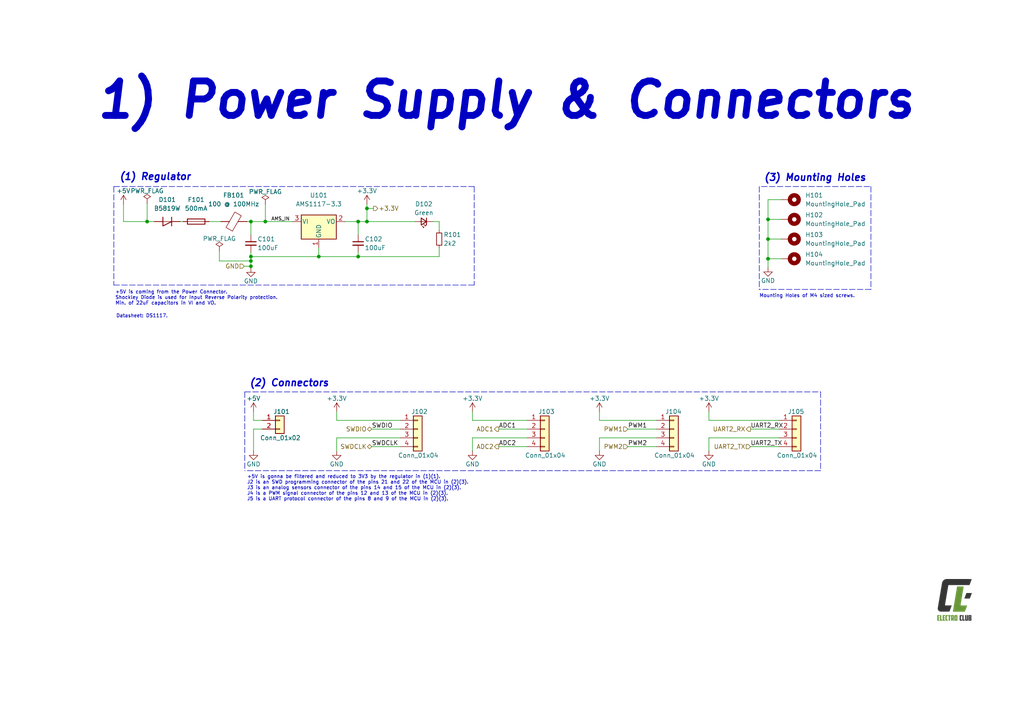
<source format=kicad_sch>
(kicad_sch (version 20211123) (generator eeschema)
  (paper "A4")
  (title_block (title "BaroAxel Brain PCB | Power Supply & Coonectors Section") (rev "1.2") (company "Electro Scientific Club | Mohamed Yanis Hiou") (comment 1 "AMS1117-3.3 Reulator and Board's Connectors.") (comment 2 "Power Supply's section of the BaroAxel Brain PCB."))
  (lib_symbols
    (symbol "Connector_Generic:Conn_01x02" (pin_names (offset 1.016) hide)
      (property "Reference" "J" (at 0 2.54 0))
      (property "Value" "Conn_01x02" (at 0 -5.08 0))
      (symbol "Conn_01x02_1_1"
        (rectangle (start -1.27 -2.413) (end 0 -2.667) (stroke (width 0.1524)))
        (rectangle (start -1.27 0.127) (end 0 -0.127) (stroke (width 0.1524)))
        (rectangle (start -1.27 1.27) (end 1.27 -3.81) (stroke (width 0.254)) (fill (type background)))
        (pin passive line (at -5.08 0 0) (length 3.81) (name "Pin_1") (number "1"))
        (pin passive line (at -5.08 -2.54 0) (length 3.81) (name "Pin_2") (number "2"))
      )
    )
    (symbol "Connector_Generic:Conn_01x04" (pin_names (offset 1.016) hide)
      (property "Reference" "J" (at 0 5.08 0))
      (property "Value" "Conn_01x04" (at 0 -7.62 0))
      (symbol "Conn_01x04_1_1"
        (rectangle (start -1.27 -4.953) (end 0 -5.207) (stroke (width 0.1524)))
        (rectangle (start -1.27 -2.413) (end 0 -2.667) (stroke (width 0.1524)))
        (rectangle (start -1.27 0.127) (end 0 -0.127) (stroke (width 0.1524)))
        (rectangle (start -1.27 2.667) (end 0 2.413) (stroke (width 0.1524)))
        (rectangle (start -1.27 3.81) (end 1.27 -6.35) (stroke (width 0.254)) (fill (type background)))
        (pin passive line (at -5.08 2.54 0) (length 3.81) (name "Pin_1") (number "1"))
        (pin passive line (at -5.08 0 0) (length 3.81) (name "Pin_2") (number "2"))
        (pin passive line (at -5.08 -2.54 0) (length 3.81) (name "Pin_3") (number "3"))
        (pin passive line (at -5.08 -5.08 0) (length 3.81) (name "Pin_4") (number "4"))
      )
    )
    (symbol "Device:C_Small" (pin_numbers hide) (pin_names (offset 0.254) hide)
      (property "Reference" "C" (at 0.254 1.778 0))
      (property "Value" "C_Small" (at 0.254 -2.032 0))
      (symbol "C_Small_0_1"
        (polyline (pts (xy -1.524 -0.508) (xy 1.524 -0.508)) (stroke (width 0.3302)))
        (polyline (pts (xy -1.524 0.508) (xy 1.524 0.508)) (stroke (width 0.3048)))
      )
      (symbol "C_Small_1_1"
        (pin passive line (at 0 2.54 270) (length 2.032) (name "~") (number "1"))
        (pin passive line (at 0 -2.54 90) (length 2.032) (name "~") (number "2"))
      )
    )
    (symbol "Device:D_Shockley" (pin_numbers hide) (pin_names (offset 1.016) hide)
      (property "Reference" "D" (at 0 2.54 0))
      (property "Value" "D_Shockley" (at 0 -2.54 0))
      (symbol "D_Shockley_0_1"
        (polyline (pts (xy -1.27 0) (xy 1.27 0)))
        (polyline (pts (xy -1.27 1.27) (xy -1.27 -1.27)) (stroke (width 0.254)))
        (polyline (pts (xy -1.27 0) (xy 1.27 1.27) (xy 1.27 -1.27)) (stroke (width 0.254)))
      )
      (symbol "D_Shockley_1_1"
        (pin passive line (at -3.81 0 0) (length 2.54) (name "K") (number "1"))
        (pin passive line (at 3.81 0 180) (length 2.54) (name "A") (number "2"))
      )
    )
    (symbol "Device:FerriteBead" (pin_numbers hide) (pin_names (offset 0))
      (property "Reference" "FB" (at -3.81 0.635 90))
      (property "Value" "FerriteBead" (at 3.81 0 90))
      (symbol "FerriteBead_0_1"
        (polyline (pts (xy 0 -1.27) (xy 0 -1.2192)))
        (polyline (pts (xy 0 1.27) (xy 0 1.2954)))
        (polyline (pts (xy -2.7686 0.4064) (xy -1.7018 2.2606) (xy 2.7686 -0.3048) (xy 1.6764 -2.159) (xy -2.7686 0.4064)))
      )
      (symbol "FerriteBead_1_1"
        (pin passive line (at 0 3.81 270) (length 2.54) (name "~") (number "1"))
        (pin passive line (at 0 -3.81 90) (length 2.54) (name "~") (number "2"))
      )
    )
    (symbol "Device:Fuse" (pin_numbers hide) (pin_names (offset 0))
      (property "Reference" "F" (at 2.032 0 90))
      (property "Value" "Fuse" (at -1.905 0 90))
      (symbol "Fuse_0_1"
        (rectangle (start -0.762 -2.54) (end 0.762 2.54) (stroke (width 0.254)))
        (polyline (pts (xy 0 2.54) (xy 0 -2.54)))
      )
      (symbol "Fuse_1_1"
        (pin passive line (at 0 3.81 270) (length 1.27) (name "~") (number "1"))
        (pin passive line (at 0 -3.81 90) (length 1.27) (name "~") (number "2"))
      )
    )
    (symbol "Device:LED_Small" (pin_numbers hide) (pin_names (offset 0.254) hide)
      (property "Reference" "D" (at -1.27 3.175 0))
      (property "Value" "LED_Small" (at -4.445 -2.54 0))
      (symbol "LED_Small_0_1"
        (polyline (pts (xy -0.762 -1.016) (xy -0.762 1.016)) (stroke (width 0.254)))
        (polyline (pts (xy 1.016 0) (xy -0.762 0)))
        (polyline (pts (xy 0.762 -1.016) (xy -0.762 0) (xy 0.762 1.016) (xy 0.762 -1.016)) (stroke (width 0.254)))
        (polyline (pts (xy 0 0.762) (xy -0.508 1.27) (xy -0.254 1.27) (xy -0.508 1.27) (xy -0.508 1.016)))
        (polyline (pts (xy 0.508 1.27) (xy 0 1.778) (xy 0.254 1.778) (xy 0 1.778) (xy 0 1.524)))
      )
      (symbol "LED_Small_1_1"
        (pin passive line (at -2.54 0 0) (length 1.778) (name "K") (number "1"))
        (pin passive line (at 2.54 0 180) (length 1.778) (name "A") (number "2"))
      )
    )
    (symbol "Device:R_Small" (pin_numbers hide) (pin_names (offset 0.254) hide)
      (property "Reference" "R" (at 0.762 0.508 0))
      (property "Value" "R_Small" (at 0.762 -1.016 0))
      (symbol "R_Small_0_1"
        (rectangle (start -0.762 1.778) (end 0.762 -1.778) (stroke (width 0.2032)))
      )
      (symbol "R_Small_1_1"
        (pin passive line (at 0 2.54 270) (length 0.762) (name "~") (number "1"))
        (pin passive line (at 0 -2.54 90) (length 0.762) (name "~") (number "2"))
      )
    )
    (symbol "Mechanical:MountingHole_Pad" (pin_numbers hide) (pin_names (offset 1.016) hide)
      (property "Reference" "H" (at 0 6.35 0))
      (property "Value" "MountingHole_Pad" (at 0 4.445 0))
      (symbol "MountingHole_Pad_0_1"
        (circle (center 0 1.27) (radius 1.27) (stroke (width 1.27)))
      )
      (symbol "MountingHole_Pad_1_1"
        (pin input line (at 0 -2.54 90) (length 2.54) (name "1") (number "1"))
      )
    )
    (symbol "Regulator_Linear:AMS1117-3.3" (pin_names (offset 0.254))
      (property "Reference" "U" (at -3.81 3.175 0))
      (property "Value" "AMS1117-3.3" (at 0 3.175 0))
      (symbol "AMS1117-3.3_0_1"
        (rectangle (start -5.08 -5.08) (end 5.08 1.905) (stroke (width 0.254)) (fill (type background)))
      )
      (symbol "AMS1117-3.3_1_1"
        (pin power_in line (at 0 -7.62 90) (length 2.54) (name "GND") (number "1"))
        (pin power_out line (at 7.62 0 180) (length 2.54) (name "VO") (number "2"))
        (pin power_in line (at -7.62 0 0) (length 2.54) (name "VI") (number "3"))
      )
    )
    (symbol "power:+3.3V" (power) (pin_names (offset 0))
      (property "Value" "+3.3V" (at 0 3.556 0))
      (symbol "+3.3V_0_1"
        (polyline (pts (xy -0.762 1.27) (xy 0 2.54)))
        (polyline (pts (xy 0 0) (xy 0 2.54)))
        (polyline (pts (xy 0 2.54) (xy 0.762 1.27)))
      )
      (symbol "+3.3V_1_1"
        (pin power_in line (at 0 0 90) (length 0) hide (name "+3.3V") (number "1"))
      )
    )
    (symbol "power:+5V" (power) (pin_names (offset 0))
      (property "Value" "+5V" (at 0 3.556 0))
      (symbol "+5V_0_1"
        (polyline (pts (xy -0.762 1.27) (xy 0 2.54)))
        (polyline (pts (xy 0 0) (xy 0 2.54)))
        (polyline (pts (xy 0 2.54) (xy 0.762 1.27)))
      )
      (symbol "+5V_1_1"
        (pin power_in line (at 0 0 90) (length 0) hide (name "+5V") (number "1"))
      )
    )
    (symbol "power:GND" (power) (pin_names (offset 0))
      (property "Value" "GND" (at 0 -3.81 0))
      (symbol "GND_0_1"
        (polyline (pts (xy 0 0) (xy 0 -1.27) (xy 1.27 -1.27) (xy 0 -2.54) (xy -1.27 -1.27) (xy 0 -1.27)))
      )
      (symbol "GND_1_1"
        (pin power_in line (at 0 0 270) (length 0) hide (name "GND") (number "1"))
      )
    )
    (symbol "power:PWR_FLAG" (power) (pin_numbers hide) (pin_names (offset 0) hide)
      (property "Value" "PWR_FLAG" (at 0 3.81 0))
      (symbol "PWR_FLAG_0_0"
        (pin power_out line (at 0 0 90) (length 0) (name "pwr") (number "1"))
      )
      (symbol "PWR_FLAG_0_1"
        (polyline (pts (xy 0 0) (xy 0 1.27) (xy -1.016 1.905) (xy 0 2.54) (xy 1.016 1.905) (xy 0 1.27)))
      )
    )
  )
  (junction (at 106.426 60.452))
  (junction (at 76.962 64.262))
  (junction (at 222.758 69.342))
  (junction (at 92.456 74.422))
  (junction (at 72.771 75.692))
  (junction (at 72.771 74.422))
  (junction (at 222.758 63.627))
  (junction (at 106.426 64.262))
  (junction (at 72.771 64.262))
  (junction (at 42.672 64.262))
  (junction (at 222.758 75.057))
  (junction (at 103.886 74.422))
  (junction (at 103.886 64.262))
  (junction (at 72.771 77.216))
  (wire (pts (xy 72.771 74.422) (xy 72.771 75.692)))
  (wire (pts (xy 127.381 66.802) (xy 127.381 64.262)))
  (wire (pts (xy 173.863 127) (xy 190.373 127)))
  (wire (pts (xy 182.118 124.46) (xy 190.373 124.46)))
  (wire (pts (xy 63.627 72.771) (xy 63.627 75.692)))
  (wire (pts (xy 226.568 57.912) (xy 222.758 57.912)))
  (wire (pts (xy 52.324 64.262) (xy 53.086 64.262)))
  (wire (pts (xy 137.033 127) (xy 152.908 127)))
  (wire (pts (xy 107.823 129.54) (xy 116.078 129.54)))
  (wire (pts (xy 70.866 77.216) (xy 72.771 77.216)))
  (wire (pts (xy 35.814 59.182) (xy 35.814 64.262)))
  (wire (pts (xy 97.663 121.92) (xy 97.663 119.38)))
  (wire (pts (xy 173.863 121.92) (xy 190.373 121.92)))
  (wire (pts (xy 73.533 119.38) (xy 73.533 121.92)))
  (wire (pts (xy 144.653 124.46) (xy 152.908 124.46)))
  (wire (pts (xy 73.533 121.92) (xy 76.073 121.92)))
  (wire (pts (xy 100.076 64.262) (xy 103.886 64.262)))
  (polyline (pts (xy 252.603 83.947) (xy 220.218 83.947)))
  (wire (pts (xy 222.758 75.057) (xy 222.758 77.597)))
  (wire (pts (xy 106.426 59.182) (xy 106.426 60.452)))
  (polyline (pts (xy 70.993 113.665) (xy 70.993 136.525)))
  (wire (pts (xy 103.886 74.422) (xy 127.381 74.422)))
  (wire (pts (xy 127.381 64.262) (xy 125.476 64.262)))
  (wire (pts (xy 97.663 121.92) (xy 116.078 121.92)))
  (wire (pts (xy 173.863 127) (xy 173.863 130.81)))
  (wire (pts (xy 205.613 121.92) (xy 225.933 121.92)))
  (wire (pts (xy 106.426 64.262) (xy 120.396 64.262)))
  (wire (pts (xy 42.672 64.262) (xy 44.704 64.262)))
  (wire (pts (xy 222.758 57.912) (xy 222.758 63.627)))
  (wire (pts (xy 217.678 129.54) (xy 225.933 129.54)))
  (wire (pts (xy 205.613 127) (xy 205.613 130.81)))
  (wire (pts (xy 92.456 74.422) (xy 103.886 74.422)))
  (wire (pts (xy 205.613 121.92) (xy 205.613 119.38)))
  (wire (pts (xy 72.771 64.262) (xy 72.771 68.072)))
  (wire (pts (xy 97.663 127) (xy 116.078 127)))
  (wire (pts (xy 217.678 124.46) (xy 225.933 124.46)))
  (wire (pts (xy 127.381 74.422) (xy 127.381 71.882)))
  (wire (pts (xy 97.663 127) (xy 97.663 130.81)))
  (polyline (pts (xy 220.218 54.102) (xy 220.218 83.947)))
  (polyline (pts (xy 237.998 113.665) (xy 237.998 136.525)))
  (wire (pts (xy 137.033 121.92) (xy 152.908 121.92)))
  (wire (pts (xy 222.758 63.627) (xy 226.568 63.627)))
  (polyline (pts (xy 33.02 54.102) (xy 33.02 82.677)))
  (wire (pts (xy 92.456 71.882) (xy 92.456 74.422)))
  (wire (pts (xy 72.771 64.262) (xy 76.962 64.262)))
  (wire (pts (xy 76.962 59.182) (xy 76.962 64.262)))
  (wire (pts (xy 137.033 127) (xy 137.033 130.81)))
  (wire (pts (xy 226.568 75.057) (xy 222.758 75.057)))
  (wire (pts (xy 106.426 60.452) (xy 106.426 64.262)))
  (wire (pts (xy 103.886 73.152) (xy 103.886 74.422)))
  (wire (pts (xy 72.771 75.692) (xy 72.771 77.216)))
  (wire (pts (xy 137.033 119.38) (xy 137.033 121.92)))
  (polyline (pts (xy 137.541 82.677) (xy 33.02 82.677)))
  (wire (pts (xy 71.628 64.262) (xy 72.771 64.262)))
  (wire (pts (xy 72.771 73.152) (xy 72.771 74.422)))
  (wire (pts (xy 222.758 69.342) (xy 222.758 75.057)))
  (wire (pts (xy 76.962 64.262) (xy 84.836 64.262)))
  (wire (pts (xy 222.758 69.342) (xy 226.568 69.342)))
  (wire (pts (xy 35.814 64.262) (xy 42.672 64.262)))
  (wire (pts (xy 42.672 58.928) (xy 42.672 64.262)))
  (wire (pts (xy 182.118 129.54) (xy 190.373 129.54)))
  (wire (pts (xy 63.627 75.692) (xy 72.771 75.692)))
  (wire (pts (xy 72.771 77.216) (xy 72.771 77.724)))
  (wire (pts (xy 205.613 127) (xy 225.933 127)))
  (wire (pts (xy 222.758 63.627) (xy 222.758 69.342)))
  (wire (pts (xy 73.533 124.46) (xy 76.073 124.46)))
  (wire (pts (xy 107.823 124.46) (xy 116.078 124.46)))
  (polyline (pts (xy 252.603 54.102) (xy 252.603 83.947)))
  (polyline (pts (xy 33.02 54.102) (xy 137.541 54.102)))
  (polyline (pts (xy 137.541 54.102) (xy 137.541 82.677)))
  (wire (pts (xy 144.653 129.54) (xy 152.908 129.54)))
  (polyline (pts (xy 220.853 54.102) (xy 252.603 54.102)))
  (wire (pts (xy 106.426 60.452) (xy 108.331 60.452)))
  (wire (pts (xy 60.706 64.262) (xy 64.008 64.262)))
  (polyline (pts (xy 237.998 136.525) (xy 70.993 136.525)))
  (wire (pts (xy 92.456 74.422) (xy 72.771 74.422)))
  (polyline (pts (xy 70.993 113.665) (xy 237.998 113.665)))
  (wire (pts (xy 73.533 130.81) (xy 73.533 124.46)))
  (wire (pts (xy 103.886 68.072) (xy 103.886 64.262)))
  (wire (pts (xy 106.426 64.262) (xy 103.886 64.262)))
  (wire (pts (xy 173.863 121.92) (xy 173.863 119.38)))
  (image (at 276.86 173.99))
  (text "+5V is coming from the Power Connector.\nShockley Diode is used for Input Reverse Polarity protection.\nMin. of 22uF capacitors in VI and VO.\n" (at 33.401 88.646 0) (effects (font (size 1 1)) (justify left bottom)))
  (text "1) Power Supply & Connectors" (at 27.432 35.052 0) (effects (font (size 10 10) bold italic) (justify left bottom)))
  (text "Datasheet: DS1117." (at 33.655 92.329 0) (effects (font (size 1 1)) (justify left bottom)))
  (text "(3) Mounting Holes" (at 221.488 52.832 0) (effects (font (size 2 2) bold italic) (justify left bottom)))
  (text "Mounting Holes of M4 sized screws." (at 220.218 86.487 0) (effects (font (size 1 1)) (justify left bottom)))
  (text "+5V is gonna be filtered and reduced to 3V3 by the regulator in (1)(1).\nJ2 is an SWD programming connector of the pins 21 and 22 of the MCU in (2)(3).\nJ3 is an analog sensors connector of the pins 14 and 15 of the MCU in (2)(3).\nJ4 is a PWM signal connector of the pins 12 and 13 of the MCU in (2)(3).\nJ5 is a UART protocol connector of the pins 8 and 9 of the MCU in (2)(3)." (at 71.628 145.415 0) (effects (font (size 1 1)) (justify left bottom)))
  (text "(1) Regulator" (at 34.544 52.578 0) (effects (font (size 2 2) bold italic) (justify left bottom)))
  (text "(2) Connectors" (at 72.263 112.395 0) (effects (font (size 2 2) bold italic) (justify left bottom)))
  (label "PWM2" (at 182.118 129.54 0))
  (label "ADC2" (at 144.653 129.54 0))
  (label "UART2_TX" (at 217.678 129.54 0))
  (label "AMS_IN" (at 84.074 64.262 180) (effects (font (size 1 1))))
  (label "SWDCLK" (at 107.823 129.54 0))
  (label "ADC1" (at 144.653 124.46 0))
  (label "UART2_RX" (at 217.678 124.46 0))
  (label "PWM1" (at 182.118 124.46 0))
  (label "SWDIO" (at 107.823 124.46 0))
  (hierarchical_label "UART2_TX" (shape input) (at 217.678 129.54 180))
  (hierarchical_label "SWDIO" (shape bidirectional) (at 107.823 124.46 180))
  (hierarchical_label "ADC1" (shape output) (at 144.653 124.46 180))
  (hierarchical_label "+3.3V" (shape output) (at 108.331 60.452 0))
  (hierarchical_label "PWM2" (shape input) (at 182.118 129.54 180))
  (hierarchical_label "PWM1" (shape input) (at 182.118 124.46 180))
  (hierarchical_label "ADC2" (shape output) (at 144.653 129.54 180))
  (hierarchical_label "UART2_RX" (shape output) (at 217.678 124.46 180))
  (hierarchical_label "GND" (shape input) (at 70.866 77.216 180))
  (hierarchical_label "SWDCLK" (shape bidirectional) (at 107.823 129.54 180))
  (symbol (lib_id "power:GND") (at 137.033 130.81 0) (unit 1)
    (property "Reference" "#PWR0112" (effects hide))
    (property "Value" "GND" (at 137.033 134.62 0))
  )
  (symbol (lib_id "Mechanical:MountingHole_Pad") (at 229.108 75.057 270) (unit 1)
    (property "Reference" "H104" (at 233.553 73.7869 90) (effects (justify left)))
    (property "Value" "MountingHole_Pad" (at 233.553 76.3269 90) (effects (justify left)))
    (property "Footprint" "MountingHole:MountingHole_4.3mm_M4_Pad_Via" (effects hide))
  )
  (symbol (lib_id "Device:C_Small") (at 72.771 70.612 0) (unit 1)
    (property "Reference" "C101" (at 74.676 69.342 0) (effects (justify left)))
    (property "Value" "100uF" (at 74.676 71.882 0) (effects (justify left)))
    (property "Footprint" "Capacitor_SMD:C_0603_1608Metric" (effects hide))
  )
  (symbol (lib_id "power:+3.3V") (at 173.863 119.38 0) (unit 1)
    (property "Reference" "#PWR0108" (effects hide))
    (property "Value" "+3.3V" (at 173.863 115.57 0))
  )
  (symbol (lib_id "power:+3.3V") (at 97.663 119.38 0) (unit 1)
    (property "Reference" "#PWR0106" (effects hide))
    (property "Value" "+3.3V" (at 97.663 115.57 0))
  )
  (symbol (lib_id "Mechanical:MountingHole_Pad") (at 229.108 63.627 270) (unit 1)
    (property "Reference" "H102" (at 233.553 62.3569 90) (effects (justify left)))
    (property "Value" "MountingHole_Pad" (at 233.553 64.8969 90) (effects (justify left)))
    (property "Footprint" "MountingHole:MountingHole_4.3mm_M4_Pad_Via" (effects hide))
  )
  (symbol (lib_id "power:+3.3V") (at 106.426 59.182 0) (unit 1)
    (property "Reference" "#PWR0102" (effects hide))
    (property "Value" "+3.3V" (at 106.426 55.372 0))
  )
  (symbol (lib_id "power:GND") (at 97.663 130.81 0) (unit 1)
    (property "Reference" "#PWR0111" (effects hide))
    (property "Value" "GND" (at 97.663 134.62 0))
  )
  (symbol (lib_id "power:GND") (at 173.863 130.81 0) (unit 1)
    (property "Reference" "#PWR0113" (effects hide))
    (property "Value" "GND" (at 173.863 134.62 0))
  )
  (symbol (lib_id "Device:C_Small") (at 103.886 70.612 0) (unit 1)
    (property "Reference" "C102" (at 105.791 69.342 0) (effects (justify left)))
    (property "Value" "100uF" (at 105.791 71.882 0) (effects (justify left)))
    (property "Footprint" "Capacitor_SMD:C_0603_1608Metric" (effects hide))
  )
  (symbol (lib_id "Connector_Generic:Conn_01x04") (at 157.988 124.46 0) (unit 1)
    (property "Reference" "J103" (at 156.083 119.38 0) (effects (justify left)))
    (property "Value" "Conn_01x04" (at 152.273 132.08 0) (effects (justify left)))
    (property "Footprint" "Connector_JST:JST_XH_S4B-XH-A_1x04_P2.50mm_Horizontal" (effects hide))
  )
  (symbol (lib_id "power:GND") (at 205.613 130.81 0) (unit 1)
    (property "Reference" "#PWR0114" (effects hide))
    (property "Value" "GND" (at 205.613 134.62 0))
  )
  (symbol (lib_id "power:GND") (at 222.758 77.597 0) (unit 1)
    (property "Reference" "#PWR0104" (effects hide))
    (property "Value" "GND" (at 222.758 81.407 0))
  )
  (symbol (lib_id "Device:R_Small") (at 127.381 69.342 0) (unit 1)
    (property "Reference" "R101" (at 128.651 68.072 0) (effects (justify left)))
    (property "Value" "2k2" (at 128.651 70.612 0) (effects (justify left)))
    (property "Footprint" "Resistor_SMD:R_0603_1608Metric" (effects hide))
  )
  (symbol (lib_id "Device:Fuse") (at 56.896 64.262 90) (unit 1)
    (property "Reference" "F101" (at 56.896 57.912 90))
    (property "Value" "500mA" (at 56.896 60.452 90))
    (property "Footprint" "Fuse:Fuse_0805_2012Metric" (effects hide))
  )
  (symbol (lib_id "Mechanical:MountingHole_Pad") (at 229.108 57.912 270) (unit 1)
    (property "Reference" "H101" (at 233.553 56.6419 90) (effects (justify left)))
    (property "Value" "MountingHole_Pad" (at 233.553 59.1819 90) (effects (justify left)))
    (property "Footprint" "MountingHole:MountingHole_4.3mm_M4_Pad_Via" (effects hide))
  )
  (symbol (lib_id "power:PWR_FLAG") (at 63.627 72.771 0) (unit 1)
    (property "Reference" "#FLG0104" (effects hide))
    (property "Value" "PWR_FLAG" (at 63.627 69.215 0))
  )
  (symbol (lib_id "Device:D_Shockley") (at 48.514 64.262 180) (unit 1)
    (property "Reference" "D101" (at 48.514 57.912 0))
    (property "Value" "B5819W" (at 48.514 60.452 0))
    (property "Footprint" "Diode_SMD:D_1206_3216Metric" (effects hide))
  )
  (symbol (lib_id "power:GND") (at 73.533 130.81 0) (unit 1)
    (property "Reference" "#PWR0110" (effects hide))
    (property "Value" "GND" (at 73.533 134.62 0))
  )
  (symbol (lib_id "power:+3.3V") (at 205.613 119.38 0) (unit 1)
    (property "Reference" "#PWR0109" (effects hide))
    (property "Value" "+3.3V" (at 205.613 115.57 0))
  )
  (symbol (lib_id "Device:FerriteBead") (at 67.818 64.262 90) (unit 1)
    (property "Reference" "FB101" (at 67.7672 56.642 90))
    (property "Value" "100 @ 100MHz" (at 67.7672 59.182 90))
    (property "Footprint" "Inductor_SMD:L_0603_1608Metric" (effects hide))
  )
  (symbol (lib_id "power:+5V") (at 35.814 59.182 0) (unit 1)
    (property "Reference" "#PWR0101" (effects hide))
    (property "Value" "+5V" (at 35.814 55.372 0))
  )
  (symbol (lib_id "power:+5V") (at 73.533 119.38 0) (unit 1)
    (property "Reference" "#PWR0105" (effects hide))
    (property "Value" "+5V" (at 73.533 115.57 0))
  )
  (symbol (lib_id "Device:LED_Small") (at 122.936 64.262 180) (unit 1)
    (property "Reference" "D102" (at 122.936 59.182 0))
    (property "Value" "Green" (at 122.936 61.722 0))
    (property "Footprint" "LED_SMD:LED_0603_1608Metric" (effects hide))
  )
  (symbol (lib_id "power:PWR_FLAG") (at 42.672 58.928 0) (unit 1)
    (property "Reference" "#FLG0101" (effects hide))
    (property "Value" "PWR_FLAG" (at 42.672 55.372 0))
  )
  (symbol (lib_id "Regulator_Linear:AMS1117-3.3") (at 92.456 64.262 0) (unit 1)
    (property "Reference" "U101" (at 92.456 56.642 0))
    (property "Value" "AMS1117-3.3" (at 92.456 59.182 0))
    (property "Footprint" "Package_TO_SOT_SMD:SOT-223-3_TabPin2" (effects hide))
    (property "Datasheet" "http://www.advanced-monolithic.com/pdf/ds1117.pdf" (effects hide))
  )
  (symbol (lib_id "Connector_Generic:Conn_01x04") (at 195.453 124.46 0) (unit 1)
    (property "Reference" "J104" (at 192.913 119.38 0) (effects (justify left)))
    (property "Value" "Conn_01x04" (at 189.738 132.08 0) (effects (justify left)))
    (property "Footprint" "Connector_JST:JST_XH_S4B-XH-A_1x04_P2.50mm_Horizontal" (effects hide))
  )
  (symbol (lib_id "power:GND") (at 72.771 77.724 0) (unit 1)
    (property "Reference" "#PWR0103" (effects hide))
    (property "Value" "GND" (at 72.771 81.534 0))
  )
  (symbol (lib_id "Connector_Generic:Conn_01x04") (at 231.013 124.46 0) (unit 1)
    (property "Reference" "J105" (at 228.473 119.38 0) (effects (justify left)))
    (property "Value" "Conn_01x04" (at 225.298 132.08 0) (effects (justify left)))
    (property "Footprint" "Connector_JST:JST_XH_S4B-XH-A_1x04_P2.50mm_Horizontal" (effects hide))
  )
  (symbol (lib_id "power:+3.3V") (at 137.033 119.38 0) (unit 1)
    (property "Reference" "#PWR0107" (effects hide))
    (property "Value" "+3.3V" (at 137.033 115.57 0))
  )
  (symbol (lib_id "Mechanical:MountingHole_Pad") (at 229.108 69.342 270) (unit 1)
    (property "Reference" "H103" (at 233.553 68.0719 90) (effects (justify left)))
    (property "Value" "MountingHole_Pad" (at 233.553 70.6119 90) (effects (justify left)))
    (property "Footprint" "MountingHole:MountingHole_4.3mm_M4_Pad_Via" (effects hide))
  )
  (symbol (lib_id "power:PWR_FLAG") (at 76.962 59.182 0) (unit 1)
    (property "Reference" "#FLG0102" (effects hide))
    (property "Value" "PWR_FLAG" (at 76.962 55.626 0))
  )
  (symbol (lib_id "Connector_Generic:Conn_01x02") (at 81.153 121.92 0) (unit 1)
    (property "Reference" "J101" (at 79.248 119.38 0) (effects (justify left)))
    (property "Value" "Conn_01x02" (at 75.438 127 0) (effects (justify left)))
    (property "Footprint" "Connector_JST:JST_XH_S2B-XH-A_1x02_P2.50mm_Horizontal" (effects hide))
  )
  (symbol (lib_id "Connector_Generic:Conn_01x04") (at 121.158 124.46 0) (unit 1)
    (property "Reference" "J102" (at 119.253 119.38 0) (effects (justify left)))
    (property "Value" "Conn_01x04" (at 115.443 132.08 0) (effects (justify left)))
    (property "Footprint" "Connector_JST:JST_XH_S4B-XH-A_1x04_P2.50mm_Horizontal" (effects hide))
  )
)
</source>
